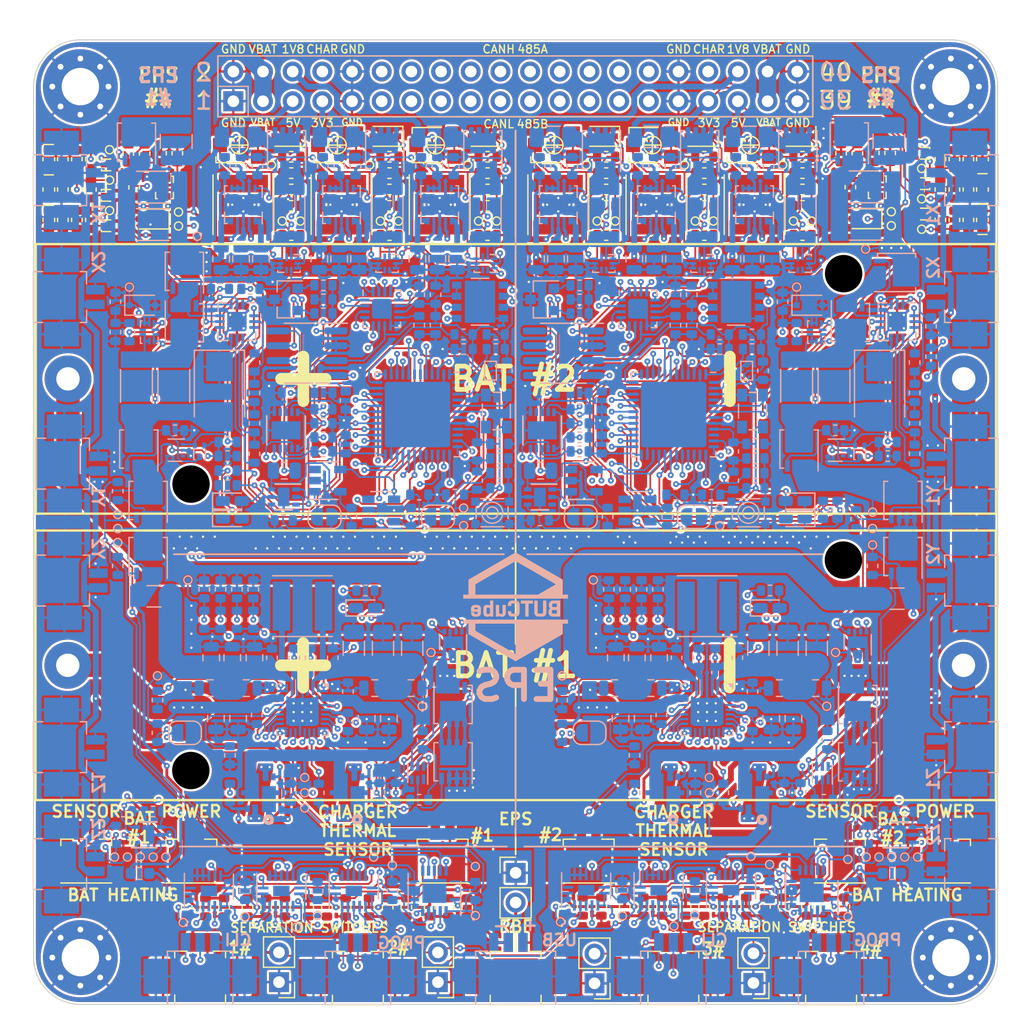
<source format=kicad_pcb>
(kicad_pcb (version 20210623) (generator pcbnew)

  (general
    (thickness 1)
  )

  (paper "A4")
  (title_block
    (title "BUTCube - EPS")
    (date "2021-08-20")
    (rev "v1.0")
    (company "VUT - FIT(STRaDe) & FME(IAE & IPE)")
    (comment 1 "Author: Petr Malaník")
  )

  (layers
    (0 "F.Cu" signal)
    (1 "In1.Cu" power)
    (2 "In2.Cu" mixed)
    (31 "B.Cu" signal)
    (32 "B.Adhes" user "B.Adhesive")
    (33 "F.Adhes" user "F.Adhesive")
    (34 "B.Paste" user)
    (35 "F.Paste" user)
    (36 "B.SilkS" user "B.Silkscreen")
    (37 "F.SilkS" user "F.Silkscreen")
    (38 "B.Mask" user)
    (39 "F.Mask" user)
    (40 "Dwgs.User" user "User.Drawings")
    (41 "Cmts.User" user "User.Comments")
    (42 "Eco1.User" user "User.Eco1")
    (43 "Eco2.User" user "User.Eco2")
    (44 "Edge.Cuts" user)
    (45 "Margin" user)
    (46 "B.CrtYd" user "B.Courtyard")
    (47 "F.CrtYd" user "F.Courtyard")
    (48 "B.Fab" user)
    (49 "F.Fab" user)
    (50 "User.1" user)
    (51 "User.2" user)
    (52 "User.3" user)
    (53 "User.4" user)
    (54 "User.5" user)
    (55 "User.6" user)
    (56 "User.7" user)
    (57 "User.8" user)
    (58 "User.9" user)
  )

  (setup
    (stackup
      (layer "F.SilkS" (type "Top Silk Screen"))
      (layer "F.Paste" (type "Top Solder Paste"))
      (layer "F.Mask" (type "Top Solder Mask") (color "Green") (thickness 0.01))
      (layer "F.Cu" (type "copper") (thickness 0.035))
      (layer "dielectric 1" (type "core") (thickness 0.28) (material "FR4") (epsilon_r 4.5) (loss_tangent 0.02))
      (layer "In1.Cu" (type "copper") (thickness 0.035))
      (layer "dielectric 2" (type "prepreg") (thickness 0.28) (material "FR4") (epsilon_r 4.5) (loss_tangent 0.02))
      (layer "In2.Cu" (type "copper") (thickness 0.035))
      (layer "dielectric 3" (type "core") (thickness 0.28) (material "FR4") (epsilon_r 4.5) (loss_tangent 0.02))
      (layer "B.Cu" (type "copper") (thickness 0.035))
      (layer "B.Mask" (type "Bottom Solder Mask") (color "Green") (thickness 0.01))
      (layer "B.Paste" (type "Bottom Solder Paste"))
      (layer "B.SilkS" (type "Bottom Silk Screen"))
      (copper_finish "Immersion gold")
      (dielectric_constraints no)
    )
    (pad_to_mask_clearance 0)
    (pcbplotparams
      (layerselection 0x00010fc_ffffffff)
      (disableapertmacros false)
      (usegerberextensions false)
      (usegerberattributes true)
      (usegerberadvancedattributes true)
      (creategerberjobfile true)
      (svguseinch false)
      (svgprecision 6)
      (excludeedgelayer true)
      (plotframeref false)
      (viasonmask false)
      (mode 1)
      (useauxorigin false)
      (hpglpennumber 1)
      (hpglpenspeed 20)
      (hpglpendiameter 15.000000)
      (dxfpolygonmode true)
      (dxfimperialunits true)
      (dxfusepcbnewfont true)
      (psnegative false)
      (psa4output false)
      (plotreference true)
      (plotvalue true)
      (plotinvisibletext false)
      (sketchpadsonfab false)
      (subtractmaskfromsilk false)
      (outputformat 1)
      (mirror false)
      (drillshape 1)
      (scaleselection 1)
      (outputdirectory "")
    )
  )

  (net 0 "")
  (net 1 "Net-(C1-Pad1)")
  (net 2 "/Unit #1/Battery charger/VBUS")
  (net 3 "/Unit #1/MCU/MCU_POWER")
  (net 4 "/Unit #1/Battery charger/SOLAR_IN")
  (net 5 "/USB power/USB_POWER")
  (net 6 "Net-(C6-Pad1)")
  (net 7 "Net-(C6-Pad2)")
  (net 8 "Net-(C7-Pad1)")
  (net 9 "GND")
  (net 10 "Net-(C7-Pad2)")
  (net 11 "Net-(C8-Pad1)")
  (net 12 "/Unit #1/Battery charger/PMID")
  (net 13 "/Unit #1/Battery charger/SYS")
  (net 14 "/Unit #1/Battery charger/REGN")
  (net 15 "/Unit #1/Activation control/PWR_OUT")
  (net 16 "Net-(C29-Pad1)")
  (net 17 "/Unit #1/MCU/OUT_CUR")
  (net 18 "Net-(C32-Pad1)")
  (net 19 "/Unit #1/MCU/VREF")
  (net 20 "Net-(C47-Pad1)")
  (net 21 "/Unit #2/MCU/MCU_POWER")
  (net 22 "/Unit #2/Battery charger/SOLAR_IN")
  (net 23 "Net-(C52-Pad1)")
  (net 24 "Net-(C52-Pad2)")
  (net 25 "Net-(C53-Pad1)")
  (net 26 "Net-(C53-Pad2)")
  (net 27 "Net-(C54-Pad1)")
  (net 28 "/Unit #2/Battery charger/PMID")
  (net 29 "/Unit #2/Battery charger/SYS")
  (net 30 "/Unit #2/Battery charger/REGN")
  (net 31 "/Unit #2/Activation control/PWR_OUT")
  (net 32 "Net-(C75-Pad1)")
  (net 33 "/Unit #2/MCU/OUT_CUR")
  (net 34 "Net-(C78-Pad1)")
  (net 35 "/Unit #2/MCU/VREF")
  (net 36 "Net-(C93-Pad1)")
  (net 37 "Net-(C94-Pad1)")
  (net 38 "/Unit #1/Output control/PWR_OUT")
  (net 39 "Net-(C96-Pad1)")
  (net 40 "Net-(C97-Pad1)")
  (net 41 "/Unit #2/Output control/PWR_OUT")
  (net 42 "Net-(C101-Pad1)")
  (net 43 "Net-(C102-Pad1)")
  (net 44 "Net-(C106-Pad1)")
  (net 45 "Net-(C107-Pad1)")
  (net 46 "Net-(C111-Pad1)")
  (net 47 "Net-(C112-Pad1)")
  (net 48 "Net-(C116-Pad1)")
  (net 49 "Net-(C117-Pad1)")
  (net 50 "Net-(C121-Pad1)")
  (net 51 "Net-(C122-Pad1)")
  (net 52 "/Unit #1/ADC/VBAT_CUR")
  (net 53 "/Unit #2/ADC/VBAT_CUR")
  (net 54 "Net-(C129-Pad1)")
  (net 55 "Net-(C130-Pad1)")
  (net 56 "Net-(C131-Pad1)")
  (net 57 "Net-(C132-Pad1)")
  (net 58 "Net-(C133-Pad1)")
  (net 59 "/Unit #2/Activation control/Activation logic/PWR_IN")
  (net 60 "Net-(C138-Pad1)")
  (net 61 "Net-(C139-Pad1)")
  (net 62 "Net-(C140-Pad1)")
  (net 63 "Net-(C141-Pad1)")
  (net 64 "Net-(C142-Pad1)")
  (net 65 "/Unit #1/Activation control/Activation logic/PWR_IN")
  (net 66 "Net-(D2-Pad2)")
  (net 67 "/Stack connector/CAN_L")
  (net 68 "/Stack connector/CAN_H")
  (net 69 "/Unit #1/ADC/1V8_CUR")
  (net 70 "/Unit #2/ADC/1V8_CUR")
  (net 71 "/Unit #1/ADC/3V3_CUR")
  (net 72 "/Unit #2/ADC/3V3_CUR")
  (net 73 "/Unit #1/ADC/5V_CUR")
  (net 74 "/Unit #2/ADC/5V_CUR")
  (net 75 "/Unit #1/Activation control/PWR_IN")
  (net 76 "/Unit #1/MCU/POWER")
  (net 77 "Net-(F3-Pad2)")
  (net 78 "/Unit #2/Activation control/PWR_IN")
  (net 79 "/Unit #2/MCU/POWER")
  (net 80 "Net-(F6-Pad2)")
  (net 81 "Net-(F7-Pad1)")
  (net 82 "/Unit #1/1V8")
  (net 83 "Net-(F8-Pad1)")
  (net 84 "/Unit #2/1V8")
  (net 85 "Net-(F9-Pad1)")
  (net 86 "/Unit #1/3V3")
  (net 87 "Net-(F10-Pad1)")
  (net 88 "/Unit #2/3V3")
  (net 89 "Net-(F11-Pad1)")
  (net 90 "/Unit #1/5V")
  (net 91 "Net-(F12-Pad1)")
  (net 92 "/Unit #2/5V")
  (net 93 "Net-(F13-Pad1)")
  (net 94 "/Unit #1/VBAT")
  (net 95 "Net-(F14-Pad1)")
  (net 96 "/Unit #2/VBAT")
  (net 97 "Net-(J7-Pad1)")
  (net 98 "/Unit #1/MCU/DBG_TX")
  (net 99 "/Unit #1/MCU/DBG_RX")
  (net 100 "/Unit #1/MCU/SWCLK")
  (net 101 "/Unit #1/MCU/SWDIO")
  (net 102 "/Unit #1/Battery temperature control/NTC_OUT")
  (net 103 "Net-(J11-Pad1)")
  (net 104 "/Stack connector/EPS#1_CHARGE")
  (net 105 "/Stack connector/RS_485_~{B}")
  (net 106 "/Stack connector/RS_485_A")
  (net 107 "/Stack connector/EPS#2_CHARGE")
  (net 108 "Net-(J19-Pad1)")
  (net 109 "/Unit #2/MCU/DBG_TX")
  (net 110 "/Unit #2/MCU/DBG_RX")
  (net 111 "/Unit #2/MCU/SWCLK")
  (net 112 "/Unit #2/MCU/SWDIO")
  (net 113 "/Unit #2/Battery temperature control/NTC_OUT")
  (net 114 "Net-(J23-Pad1)")
  (net 115 "/Activation switches/RBF_PIN")
  (net 116 "/Activation switches/SW_#1")
  (net 117 "/Activation switches/SW_#2")
  (net 118 "/Activation switches/SW_#3")
  (net 119 "/Activation switches/SW_#4")
  (net 120 "Net-(JP1-Pad2)")
  (net 121 "Net-(JP2-Pad1)")
  (net 122 "/Unit #1/MCU/NRST")
  (net 123 "Net-(JP3-Pad1)")
  (net 124 "Net-(JP3-Pad2)")
  (net 125 "Net-(JP4-Pad2)")
  (net 126 "Net-(JP5-Pad1)")
  (net 127 "/Unit #2/MCU/NRST")
  (net 128 "Net-(JP6-Pad1)")
  (net 129 "Net-(JP6-Pad2)")
  (net 130 "Net-(L3-Pad1)")
  (net 131 "Net-(L3-Pad2)")
  (net 132 "Net-(L4-Pad1)")
  (net 133 "Net-(L4-Pad2)")
  (net 134 "Net-(L5-Pad1)")
  (net 135 "Net-(L5-Pad2)")
  (net 136 "Net-(L6-Pad1)")
  (net 137 "Net-(L6-Pad2)")
  (net 138 "Net-(L7-Pad1)")
  (net 139 "Net-(L7-Pad2)")
  (net 140 "Net-(L8-Pad1)")
  (net 141 "Net-(L8-Pad2)")
  (net 142 "Net-(Q1-PadG1)")
  (net 143 "Net-(Q1-PadS1)")
  (net 144 "Net-(Q2-PadG1)")
  (net 145 "Net-(Q2-PadS1)")
  (net 146 "/Unit #1/Activation control/Activation logic/SEP_EN")
  (net 147 "Net-(Q3-Pad5)")
  (net 148 "/Unit #1/Activation control/Activation logic/RBF_EN")
  (net 149 "Net-(Q5-Pad1)")
  (net 150 "Net-(Q5-Pad3)")
  (net 151 "Net-(Q7-Pad1)")
  (net 152 "Net-(Q7-Pad4)")
  (net 153 "Net-(Q7-Pad5)")
  (net 154 "Net-(Q9-PadG1)")
  (net 155 "Net-(Q9-PadS1)")
  (net 156 "Net-(Q10-PadG1)")
  (net 157 "Net-(Q10-PadS1)")
  (net 158 "/Unit #2/Activation control/Activation logic/SEP_EN")
  (net 159 "Net-(Q11-Pad5)")
  (net 160 "/Unit #2/Activation control/Activation logic/RBF_EN")
  (net 161 "Net-(Q13-Pad1)")
  (net 162 "Net-(Q13-Pad3)")
  (net 163 "Net-(Q15-Pad1)")
  (net 164 "Net-(Q15-Pad4)")
  (net 165 "Net-(Q15-Pad5)")
  (net 166 "Net-(Q17-Pad4)")
  (net 167 "Net-(Q17-Pad5)")
  (net 168 "Net-(Q18-Pad1)")
  (net 169 "Net-(Q18-Pad4)")
  (net 170 "Net-(Q19-Pad4)")
  (net 171 "Net-(Q19-Pad5)")
  (net 172 "Net-(Q20-Pad1)")
  (net 173 "Net-(Q20-Pad4)")
  (net 174 "/Unit #1/Power supplies/Power_supply_1V8/PER_POWER")
  (net 175 "/Unit #1/MCU/1V8_EN")
  (net 176 "/Unit #2/Power supplies/Power_supply_1V8/PER_POWER")
  (net 177 "/Unit #2/MCU/1V8_EN")
  (net 178 "/Unit #1/MCU/3V3_EN")
  (net 179 "/Unit #2/MCU/3V3_EN")
  (net 180 "/Unit #1/Power supplies/Power_supply_5V/PER_POWER")
  (net 181 "/Unit #1/MCU/5V_EN")
  (net 182 "/Unit #2/Power supplies/Power_supply_5V/PER_POWER")
  (net 183 "/Unit #2/MCU/5V_EN")
  (net 184 "Net-(Q27-Pad1)")
  (net 185 "/Unit #1/MCU/VBAT_EN")
  (net 186 "Net-(Q28-Pad1)")
  (net 187 "/Unit #2/MCU/VBAT_EN")
  (net 188 "/Unit #1/Battery charger/D+")
  (net 189 "/Unit #1/Battery charger/D-")
  (net 190 "Net-(R5-Pad2)")
  (net 191 "Net-(R6-Pad2)")
  (net 192 "Net-(R7-Pad1)")
  (net 193 "Net-(R8-Pad2)")
  (net 194 "Net-(D1-Pad2)")
  (net 195 "Net-(R11-Pad1)")
  (net 196 "Net-(R16-Pad2)")
  (net 197 "Net-(R17-Pad2)")
  (net 198 "Net-(R18-Pad2)")
  (net 199 "Net-(R21-Pad2)")
  (net 200 "Net-(R22-Pad1)")
  (net 201 "Net-(R24-Pad2)")
  (net 202 "/Unit #1/MCU/VBAT")
  (net 203 "/Unit #1/MCU/VDDUSB")
  (net 204 "Net-(R30-Pad1)")
  (net 205 "/Unit #1/MCU/CAN_RS")
  (net 206 "/Unit #1/MCU/RS_485_R_EN")
  (net 207 "/Unit #1/MCU/RS_485_T_EN")
  (net 208 "/Unit #1/Battery temperature control/EN")
  (net 209 "/Unit #1/Battery temperature control/NTC_REF")
  (net 210 "/Unit #2/Battery charger/D+")
  (net 211 "/Unit #2/Battery charger/D-")
  (net 212 "Net-(R47-Pad2)")
  (net 213 "Net-(R57-Pad2)")
  (net 214 "/Unit #2/MCU/VBAT")
  (net 215 "/Unit #2/MCU/VDDUSB")
  (net 216 "/Unit #2/MCU/CAN_RS")
  (net 217 "/Unit #2/MCU/RS_485_R_EN")
  (net 218 "/Unit #2/MCU/RS_485_T_EN")
  (net 219 "/Unit #2/Battery temperature control/EN")
  (net 220 "/Unit #2/Battery temperature control/NTC_REF")
  (net 221 "Net-(R82-Pad1)")
  (net 222 "Net-(R91-Pad2)")
  (net 223 "Net-(R98-Pad2)")
  (net 224 "Net-(R105-Pad2)")
  (net 225 "Net-(R112-Pad2)")
  (net 226 "Net-(R119-Pad2)")
  (net 227 "/Unit #1/Battery temperature control/~{FAULT}")
  (net 228 "/Unit #2/Battery temperature control/~{FAULT}")
  (net 229 "Net-(TP61-Pad1)")
  (net 230 "Net-(TP62-Pad1)")
  (net 231 "Net-(TP63-Pad1)")
  (net 232 "Net-(TP64-Pad1)")
  (net 233 "Net-(TP67-Pad1)")
  (net 234 "Net-(TP69-Pad1)")
  (net 235 "Net-(TP70-Pad1)")
  (net 236 "Net-(TP71-Pad1)")
  (net 237 "Net-(TP72-Pad1)")
  (net 238 "Net-(TP75-Pad1)")
  (net 239 "/Unit #1/ADC/~{CS}")
  (net 240 "/Unit #1/MCU/SPI_MISO")
  (net 241 "/Unit #1/MCU/SPI_SCK")
  (net 242 "/Unit #1/MCU/SPI_MOSI")
  (net 243 "Net-(D1-Pad1)")
  (net 244 "/Unit #1/Battery charger/SCL")
  (net 245 "/Unit #1/Battery charger/SDA")
  (net 246 "/Unit #1/Battery charger/~{INT}")
  (net 247 "/Unit #1/MCU/WDG_RESET")
  (net 248 "/Unit #1/MCU/FRAM_CS")
  (net 249 "/Unit #1/MCU/LSE")
  (net 250 "/Unit #1/MCU/HSE")
  (net 251 "/Unit #1/Battery charger/BAT_ALERT")
  (net 252 "/Unit #1/MCU/RS_485_R")
  (net 253 "/Unit #1/MCU/RS_485_T")
  (net 254 "/Unit #1/MCU/CAN_RX")
  (net 255 "/Unit #1/MCU/CAN_TX")
  (net 256 "/Unit #2/ADC/~{CS}")
  (net 257 "/Unit #2/MCU/SPI_MISO")
  (net 258 "/Unit #2/MCU/SPI_SCK")
  (net 259 "/Unit #2/MCU/SPI_MOSI")
  (net 260 "Net-(D5-Pad1)")
  (net 261 "/Unit #2/Battery charger/SCL")
  (net 262 "/Unit #2/Battery charger/SDA")
  (net 263 "/Unit #2/Battery charger/~{INT}")
  (net 264 "/Unit #2/MCU/WDG_RESET")
  (net 265 "/Unit #2/MCU/FRAM_CS")
  (net 266 "/Unit #2/MCU/LSE")
  (net 267 "/Unit #2/MCU/HSE")
  (net 268 "/Unit #2/Battery charger/BAT_ALERT")
  (net 269 "/Unit #2/MCU/RS_485_R")
  (net 270 "/Unit #2/MCU/RS_485_T")
  (net 271 "/Unit #2/MCU/CAN_RX")
  (net 272 "/Unit #2/MCU/CAN_TX")
  (net 273 "Net-(U52-Pad6)")
  (net 274 "Net-(U53-Pad8)")
  (net 275 "Net-(U54-Pad12)")
  (net 276 "Net-(U48-Pad6)")
  (net 277 "Net-(U48-Pad8)")
  (net 278 "Net-(U48-Pad12)")
  (net 279 "Net-(U49-Pad10)")
  (net 280 "Net-(U49-Pad8)")
  (net 281 "Net-(U49-Pad12)")
  (net 282 "Net-(U50-Pad12)")
  (net 283 "Net-(U52-Pad8)")
  (net 284 "Net-(U52-Pad12)")
  (net 285 "Net-(U53-Pad10)")
  (net 286 "Net-(U53-Pad12)")
  (net 287 "Net-(D4-Pad1)")
  (net 288 "Net-(D7-Pad1)")
  (net 289 "Net-(D7-Pad2)")
  (net 290 "Net-(D8-Pad2)")
  (net 291 "Net-(D10-Pad1)")
  (net 292 "Net-(D11-Pad1)")
  (net 293 "/Unit #1/MCU/LED1")
  (net 294 "/Unit #1/MCU/LED2")
  (net 295 "Net-(R41-Pad1)")
  (net 296 "Net-(R46-Pad2)")
  (net 297 "Net-(R48-Pad1)")
  (net 298 "Net-(R49-Pad2)")
  (net 299 "Net-(R52-Pad1)")
  (net 300 "Net-(R58-Pad2)")
  (net 301 "Net-(R59-Pad2)")
  (net 302 "Net-(R62-Pad2)")
  (net 303 "Net-(R63-Pad1)")
  (net 304 "Net-(R65-Pad2)")
  (net 305 "Net-(R71-Pad1)")
  (net 306 "/Unit #2/MCU/LED1")
  (net 307 "/Unit #2/MCU/LED2")
  (net 308 "Net-(R84-Pad1)")
  (net 309 "Net-(R86-Pad1)")
  (net 310 "Net-(R88-Pad2)")
  (net 311 "Net-(R89-Pad1)")
  (net 312 "Net-(R95-Pad2)")
  (net 313 "Net-(R96-Pad1)")
  (net 314 "Net-(R102-Pad2)")
  (net 315 "Net-(R103-Pad1)")
  (net 316 "Net-(R109-Pad2)")
  (net 317 "Net-(R110-Pad1)")
  (net 318 "Net-(R116-Pad2)")
  (net 319 "Net-(R117-Pad1)")
  (net 320 "Net-(R123-Pad2)")
  (net 321 "Net-(R124-Pad1)")
  (net 322 "Net-(R126-Pad2)")
  (net 323 "Net-(R132-Pad2)")
  (net 324 "Net-(R137-Pad2)")
  (net 325 "/Unit #1/Battery charger/BAT+")
  (net 326 "/Unit #2/Battery charger/BAT+")
  (net 327 "/Unit #1/ADC/VBAT_DIV")
  (net 328 "/Unit #1/ADC/3V3_DIV")
  (net 329 "/Unit #1/ADC/5V_DIV")
  (net 330 "/Unit #2/ADC/VBAT_DIV")
  (net 331 "/Unit #2/ADC/3V3_DIV")
  (net 332 "/Unit #2/ADC/5V_DIV")
  (net 333 "unconnected-(J12-Pad11)")
  (net 334 "unconnected-(J12-Pad12)")
  (net 335 "unconnected-(J12-Pad13)")
  (net 336 "unconnected-(J12-Pad14)")
  (net 337 "unconnected-(J12-Pad15)")
  (net 338 "unconnected-(J12-Pad16)")
  (net 339 "unconnected-(J12-Pad17)")
  (net 340 "unconnected-(J12-Pad18)")
  (net 341 "unconnected-(J12-Pad23)")
  (net 342 "unconnected-(J12-Pad24)")
  (net 343 "unconnected-(J12-Pad25)")
  (net 344 "unconnected-(J12-Pad26)")
  (net 345 "unconnected-(J12-Pad27)")
  (net 346 "unconnected-(J12-Pad28)")
  (net 347 "unconnected-(J12-Pad29)")
  (net 348 "unconnected-(J12-Pad30)")
  (net 349 "/Unit #1/ADC/CONV_EN")
  (net 350 "Net-(Q29-Pad3)")
  (net 351 "Net-(Q30-Pad3)")
  (net 352 "Net-(Q31-Pad3)")
  (net 353 "/Unit #2/ADC/CONV_EN")
  (net 354 "Net-(Q32-Pad3)")
  (net 355 "Net-(Q33-Pad3)")
  (net 356 "Net-(Q34-Pad3)")
  (net 357 "unconnected-(U6-Pad3)")
  (net 358 "unconnected-(U8-Pad3)")
  (net 359 "unconnected-(U9-Pad4)")
  (net 360 "unconnected-(U9-Pad10)")
  (net 361 "unconnected-(U10-Pad3)")
  (net 362 "unconnected-(U12-Pad7)")
  (net 363 "unconnected-(U19-Pad3)")
  (net 364 "unconnected-(U21-Pad3)")
  (net 365 "unconnected-(U22-Pad4)")
  (net 366 "unconnected-(U22-Pad10)")
  (net 367 "unconnected-(U23-Pad3)")
  (net 368 "unconnected-(U25-Pad7)")
  (net 369 "unconnected-(U27-Pad1)")
  (net 370 "unconnected-(U30-Pad1)")
  (net 371 "unconnected-(U50-Pad8)")
  (net 372 "unconnected-(U54-Pad8)")
  (net 373 "unconnected-(X1-Pad1)")
  (net 374 "unconnected-(X3-Pad1)")
  (net 375 "/Unit #2/Battery charger/VBUS")

  (footprint "Diode_SMD:D_SOD-323F" (layer "F.Cu") (at 95.1 59.325 180))

  (footprint "TCY_passives:R_0603_1608Metric" (layer "F.Cu") (at 163.8 54.2 90))

  (footprint "TCY_passives:R_0603_1608Metric" (layer "F.Cu") (at 93.1 53.725 90))

  (footprint "TCY_passives:D_0603_1608Metric" (layer "F.Cu") (at 86.3 56.8 -90))

  (footprint "MountingHole:MountingHole_3.2mm_M3_Pad_Via" (layer "F.Cu") (at 89 122.5))

  (footprint "TCY_passives:R_0603_1608Metric" (layer "F.Cu") (at 107.05 58.2))

  (footprint "TCY_connectors:TestPoint_Pad_D0.5mm" (layer "F.Cu") (at 158.4 59.9))

  (footprint "TCY_connectors:Amphenol_10114830-11102LF_1x02_P1.25mm_Horizontal" (layer "F.Cu") (at 99.25 122))

  (footprint "TCY_passives:R_0603_1608Metric" (layer "F.Cu") (at 113.7 118.2 -90))

  (footprint "TCY_passives:R_0603_1608Metric" (layer "F.Cu") (at 151.187255 118.138244 -90))

  (footprint "TCY_passives:R_0603_1608Metric" (layer "F.Cu") (at 162.6 54.2 -90))

  (footprint "TCY_IC:DFN-3_1.2x1.2mm" (layer "F.Cu") (at 161 53.7))

  (footprint "Connector_PinHeader_2.54mm:PinHeader_1x02_P2.54mm_Vertical" (layer "F.Cu") (at 146.6 124.675 180))

  (footprint "TCY_passives:R_0603_1608Metric" (layer "F.Cu") (at 115.45 55.4))

  (footprint "TCY_passives:R_0603_1608Metric" (layer "F.Cu") (at 150.8 54 180))

  (footprint "TCY_passives:R_0603_1608Metric" (layer "F.Cu") (at 89.9 54.2 90))

  (footprint "TCY_passives:R_0603_1608Metric" (layer "F.Cu") (at 131.987255 118.138244 90))

  (footprint "TCY_passives:D_0603_1608Metric" (layer "F.Cu") (at 86.3 54.2 -90))

  (footprint "TCY_passives:C_0603_1608Metric" (layer "F.Cu") (at 165 54.2 90))

  (footprint "TCY_passives:R_0603_1608Metric" (layer "F.Cu") (at 88.7 54.2 -90))

  (footprint "TCY_connectors:TestPoint_Pad_D0.5mm" (layer "F.Cu") (at 114.675 59.5))

  (footprint "TCY_passives:R_0603_1608Metric" (layer "F.Cu") (at 89.9 56.8 90))

  (footprint "TCY_connectors:TestPoint_Pad_D0.5mm" (layer "F.Cu") (at 107.825 59.5))

  (footprint "TCY_connectors:TestPoint_Pad_D0.5mm" (layer "F.Cu") (at 124.625 59.5))

  (footprint "TCY_IC:DFN-3_1.2x1.2mm" (layer "F.Cu") (at 91.5 54.7 180))

  (footprint "Diode_SMD:D_SOD-323F" (layer "F.Cu") (at 106.7 52.25 180))

  (footprint "TCY_passives:C_0603_1608Metric" (layer "F.Cu") (at 138.787255 118.138244 -90))

  (footprint "TCY_passives:R_0603_1608Metric" (layer "F.Cu") (at 120.5 118.2 90))

  (footprint "Diode_SMD:D_SOD-323F" (layer "F.Cu") (at 133.65 52.25 180))

  (footprint "Package_DFN_QFN:UQFN-10_1.4x1.8mm_P0.4mm" (layer "F.Cu") (at 157.2 56.6))

  (footprint "TCY_connectors:TestPoint_Pad_D0.5mm" (layer "F.Cu") (at 105.35 54.7))

  (footprint "TCY_passives:C_0603_1608Metric" (layer "F.Cu") (at 93.6 56.625 90))

  (footprint "TCY_passives:C_0603_1608Metric" (layer "F.Cu") (at 115.45 60.7))

  (footprint "TCY_connectors:TestPoint_Pad_D0.5mm" (layer "F.Cu") (at 143.175 59.5))

  (footprint "TCY_connectors:Amphenol_10114830-11102LF_1x02_P1.25mm_Horizontal" (layer "F.Cu") (at 126.25 122.02))

  (footprint "TCY_passives:R_0603_1608Metric" (layer "F.Cu") (at 123.85 54 180))

  (footprint "TCY_passives:RV_3x3.6" (layer "F.Cu") (at 102.6 53 90))

  (footprint "TCY_passives:R_0603_1608Metric" (layer "F.Cu") (at 137.187255 118.138244 90))

  (footprint "TCY_passives:R_0603_1608Metric" (layer "F.Cu") (at 115.3 118.2 90))

  (footprint "TCY_passives:R_0603_1608Metric" (layer "F.Cu") (at 147.587255 118.138244 90))

  (footprint "TCY_connectors:TestPoint_Pad_D0.5mm" (layer "F.Cu") (at 158.4 58.7))

  (footprint "TCY_IC:DFN-3_1.2x1.2mm" (layer "F.Cu") (at 161 58.9))

  (footprint "TCY_passives:C_0603_1608Metric" (layer "F.Cu") (at 154.387255 118.138244 -90))

  (footprint "TCY_passives:C_0603_1608Metric" (layer "F.Cu") (at 106.5 118.2 -90))

  (footprint "Diode_SMD:D_SOD-323F" (layer "F.Cu") (at 123.5 52.25 180))

  (footprint "TCY_passives:R_0603_1608Metric" (layer "F.Cu") (at 94.5 53.725 90))

  (footprint "TCY_connectors:TestPoint_Pad_D0.5mm" (layer "F.Cu") (at 140.7 54.7))

  (footprint "TCY_connectors:TestPoint_Pad_D0.5mm" (layer "F.Cu") (at 150.025 59.5))

  (footprint "TCY_passives:R_0603_1608Metric" (layer "F.Cu") (at 145.987255 118.138244 -90))

  (footprint "TCY_passives:R_0603_1608Metric" (layer "F.Cu") (at 150.8 56.8 180))

  (footprint "TCY_passives:R_0603_1608Metric" (layer "F.Cu") (at 89.9 59.4 90))

  (footprint "Inductor_SMD:L_Taiyo-Yuden_MD-5050" (layer "F.Cu") (at 129.9 58.1 -90))

  (footprint "TCY_passives:C_0603_1608Metric" (layer "F.Cu") (at 156.9 53.675 90))

  (footprint "TCY_connectors:TestPoint_Pad_D0.5mm" (layer "F.Cu") (at 97.4 59.925))

  (footprint "TCY_connectors:TestPoint_Pad_D0.5mm" (layer "F.Cu") (at 132.3 54.7))

  (footprint "Inductor_SMD:L_Taiyo-Yuden_MD-5050" (layer "F.Cu") (at 119.75 58.1 -90))

  (footprint "TCY_passives:R_0603_1608Metric" (layer "F.Cu") (at 155.5 53.7 90))

  (footprint "TCY_passives:R_0603_1608Metric" (layer "F.Cu") (at 150.8 58.2))

  (footprint "Connector_PinHeader_2.54mm:PinHeader_1x02_P2.54mm_Vertical" (layer "F.Cu") (at 106 124.6 180))

  (footprint "TCY_passives:R_0603_1608Metric" (layer "F.Cu") (at 107.05 54 180))

  (footprint "TCY_passives:C_0603_1608Metric" (layer "F.Cu") (at 165 59.4 90))

  (footprint "TCY_passives:R_0603_1608Metric" (layer "F.Cu") (at 150.8 55.4))

  (footprint "TCY_passives:C_0603_1608Metric" (layer "F.Cu") (at 116.9 118.2 -90))

  (footprint "TCY_passives:R_0603_1608Metric" (layer "F.Cu") (at 154.1 53.7 90))

  (footprint "Package_DFN_QFN:UQFN-10_1.4x1.8mm_P0.4mm" (layer "F.Cu")
    (tedit 5A2A91D4) (tstamp 6fcd3d2c-36d3-423d-8e2c-23dac20131b9)
    (at 96.2 56.625)
    (descr "UQFN 10pin, https://www.onsemi.com/pub/Collateral/488AT.PDF")
    (tags "UQFN-10_1.4x1.8mm_P0.4mm")
    (property "Sheetfile" "Power_VBAT.kicad_sch")
    (property "Sheetname" "Power_VBAT")
    (path "/3fbfe5f5-450c-4c51-813c-f3d5ddddd4e3/e90aa45b-e371-4d9f-a40f-45b62d6b0cc2/4813e8c7-3f5a-4c5f-98f0-ec2a381e611e/4bc5bfce-3c4b-49ff-9663-b05430efc8b8")
    (attr smd)
    (fp_text reference "U45" (at 0 -2) (layer "F.SilkS") hide
      (effects (font (size 1 1) (thickness 0.15)))
      (tstamp 2536d4d6-7fe0-4e32-9806-e50fdf6ade3a)
    )
    (fp_text value "INA199x2" (at 0 2) (layer "F.Fab")
      (effects (font (size 1 1) (thickness 0.15)))
      (tstamp f1b0f1d0-f76b-42da-a158-6ff28f8eadb5)
    )
    (fp_text user "${REFERENCE}" (at 0 0) (layer "F.Fab") hide
      (effects (font (size 0.5 0.5) (thickness 0.05)))
      (tstamp 18fb1093-2330-4829-9935-a6e317da6020)
    )
    (fp_line (start -0.76 0.96) (end -0.76 0.425) (layer "F.SilkS") (width 0.12) (tstamp 17e17e0f-c3dc-4eca-9c64-c01ec286b384))
    (fp_line (start 0.76 0.96) (end 0.625 0.96) (layer "F.SilkS") (width 0.12) (tstamp 346d2651-bc2a-436a-b11e-a270a846830e))
    (fp_line (start 0.76 0.96) (end 0.76 0.425) (layer "F.SilkS") (width 0.12) (tstamp 51525e0a-6ae8-4438-8c59-8974c93bc818))
    (fp_line (start 0.76 -0.425) (end 0.76 -0.96) (layer "F.SilkS") (width 0.12) (tstamp 842cbdb1-0da3-4b0e-988a-951afed495e5))
    (fp_line (start 0.76 -0.96) (end 0.625 -0.96) (layer "F.SilkS") (width 0.12) (tstamp 9152e217-5465-4b5e-8795-57095b927576))
    (fp_line (start -0.625 0.96) (end -0.76 0.96) (layer "F.SilkS") (width 0.12) (tstamp c570c45a-6333-484e-b7c1-bd62e1943d21))
    (
... [8752631 chars truncated]
</source>
